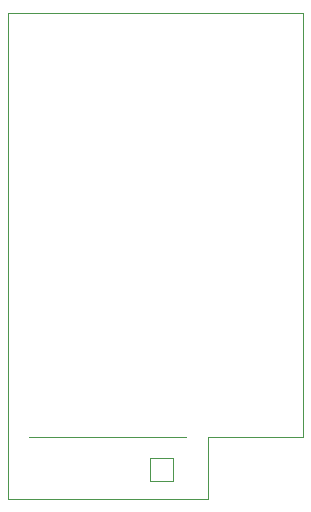
<source format=gbr>
%FSLAX46Y46*%
G04 Gerber Fmt 4.6, Leading zero omitted, Abs format (unit mm)*
G04 Created by KiCad (PCBNEW (2014-jul-16 BZR unknown)-product) date Sun 05 Oct 2014 14:00:23 CST*
%MOMM*%
G01*
G04 APERTURE LIST*
%ADD10C,0.100000*%
G04 APERTURE END LIST*
D10*
X182000000Y-125700000D02*
X182000000Y-127700000D01*
X180000000Y-125700000D02*
X180000000Y-127700000D01*
X180000000Y-127700000D02*
X182000000Y-127700000D01*
X180000000Y-125700000D02*
X182000000Y-125700000D01*
X183100000Y-123900000D02*
X169800000Y-123900000D01*
X193000000Y-123900000D02*
X193000000Y-123500000D01*
X184900000Y-123900000D02*
X193000000Y-123900000D01*
X193000000Y-88000000D02*
X193000000Y-123500000D01*
X168000000Y-129200000D02*
X184900000Y-129200000D01*
X184900000Y-123900000D02*
X184900000Y-129100000D01*
X168000000Y-123500000D02*
X168000000Y-129100000D01*
X168000000Y-88000000D02*
X193000000Y-88000000D01*
X168000000Y-88000000D02*
X168000000Y-123500000D01*
M02*

</source>
